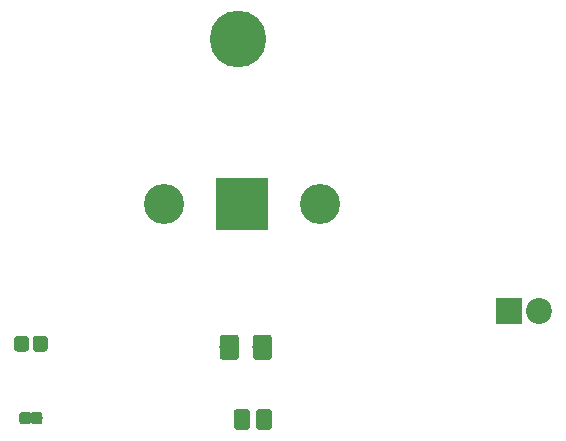
<source format=gbs>
G04 #@! TF.GenerationSoftware,KiCad,Pcbnew,5.1.2*
G04 #@! TF.CreationDate,2019-10-11T22:10:39-04:00*
G04 #@! TF.ProjectId,rochester_makerfaire,726f6368-6573-4746-9572-5f6d616b6572,rev?*
G04 #@! TF.SameCoordinates,Original*
G04 #@! TF.FileFunction,Soldermask,Bot*
G04 #@! TF.FilePolarity,Negative*
%FSLAX46Y46*%
G04 Gerber Fmt 4.6, Leading zero omitted, Abs format (unit mm)*
G04 Created by KiCad (PCBNEW 5.1.2) date 2019-10-11 22:10:39*
%MOMM*%
%LPD*%
G04 APERTURE LIST*
%ADD10C,4.800000*%
%ADD11C,2.200000*%
%ADD12R,2.200000X2.200000*%
%ADD13R,4.400000X4.400000*%
%ADD14C,3.400000*%
%ADD15C,0.100000*%
%ADD16C,1.650000*%
%ADD17C,1.375000*%
%ADD18C,1.275000*%
%ADD19C,0.990000*%
G04 APERTURE END LIST*
D10*
X82000000Y-58000000D03*
D11*
X107540000Y-81000000D03*
D12*
X105000000Y-81000000D03*
D13*
X82400000Y-72000000D03*
D14*
X75800000Y-72000000D03*
X89000000Y-72000000D03*
D15*
G36*
X81827346Y-83026589D02*
G01*
X81859380Y-83031341D01*
X81890794Y-83039210D01*
X81921286Y-83050120D01*
X81950561Y-83063966D01*
X81978338Y-83080615D01*
X82004350Y-83099907D01*
X82028345Y-83121655D01*
X82050093Y-83145650D01*
X82069385Y-83171662D01*
X82086034Y-83199439D01*
X82099880Y-83228714D01*
X82110790Y-83259206D01*
X82118659Y-83290620D01*
X82123411Y-83322654D01*
X82125000Y-83355000D01*
X82125000Y-84845000D01*
X82123411Y-84877346D01*
X82118659Y-84909380D01*
X82110790Y-84940794D01*
X82099880Y-84971286D01*
X82086034Y-85000561D01*
X82069385Y-85028338D01*
X82050093Y-85054350D01*
X82028345Y-85078345D01*
X82004350Y-85100093D01*
X81978338Y-85119385D01*
X81950561Y-85136034D01*
X81921286Y-85149880D01*
X81890794Y-85160790D01*
X81859380Y-85168659D01*
X81827346Y-85173411D01*
X81795000Y-85175000D01*
X80805000Y-85175000D01*
X80772654Y-85173411D01*
X80740620Y-85168659D01*
X80709206Y-85160790D01*
X80678714Y-85149880D01*
X80649439Y-85136034D01*
X80621662Y-85119385D01*
X80595650Y-85100093D01*
X80571655Y-85078345D01*
X80549907Y-85054350D01*
X80530615Y-85028338D01*
X80513966Y-85000561D01*
X80500120Y-84971286D01*
X80489210Y-84940794D01*
X80481341Y-84909380D01*
X80476589Y-84877346D01*
X80475000Y-84845000D01*
X80475000Y-83355000D01*
X80476589Y-83322654D01*
X80481341Y-83290620D01*
X80489210Y-83259206D01*
X80500120Y-83228714D01*
X80513966Y-83199439D01*
X80530615Y-83171662D01*
X80549907Y-83145650D01*
X80571655Y-83121655D01*
X80595650Y-83099907D01*
X80621662Y-83080615D01*
X80649439Y-83063966D01*
X80678714Y-83050120D01*
X80709206Y-83039210D01*
X80740620Y-83031341D01*
X80772654Y-83026589D01*
X80805000Y-83025000D01*
X81795000Y-83025000D01*
X81827346Y-83026589D01*
X81827346Y-83026589D01*
G37*
D16*
X81300000Y-84100000D03*
D15*
G36*
X84627346Y-83026589D02*
G01*
X84659380Y-83031341D01*
X84690794Y-83039210D01*
X84721286Y-83050120D01*
X84750561Y-83063966D01*
X84778338Y-83080615D01*
X84804350Y-83099907D01*
X84828345Y-83121655D01*
X84850093Y-83145650D01*
X84869385Y-83171662D01*
X84886034Y-83199439D01*
X84899880Y-83228714D01*
X84910790Y-83259206D01*
X84918659Y-83290620D01*
X84923411Y-83322654D01*
X84925000Y-83355000D01*
X84925000Y-84845000D01*
X84923411Y-84877346D01*
X84918659Y-84909380D01*
X84910790Y-84940794D01*
X84899880Y-84971286D01*
X84886034Y-85000561D01*
X84869385Y-85028338D01*
X84850093Y-85054350D01*
X84828345Y-85078345D01*
X84804350Y-85100093D01*
X84778338Y-85119385D01*
X84750561Y-85136034D01*
X84721286Y-85149880D01*
X84690794Y-85160790D01*
X84659380Y-85168659D01*
X84627346Y-85173411D01*
X84595000Y-85175000D01*
X83605000Y-85175000D01*
X83572654Y-85173411D01*
X83540620Y-85168659D01*
X83509206Y-85160790D01*
X83478714Y-85149880D01*
X83449439Y-85136034D01*
X83421662Y-85119385D01*
X83395650Y-85100093D01*
X83371655Y-85078345D01*
X83349907Y-85054350D01*
X83330615Y-85028338D01*
X83313966Y-85000561D01*
X83300120Y-84971286D01*
X83289210Y-84940794D01*
X83281341Y-84909380D01*
X83276589Y-84877346D01*
X83275000Y-84845000D01*
X83275000Y-83355000D01*
X83276589Y-83322654D01*
X83281341Y-83290620D01*
X83289210Y-83259206D01*
X83300120Y-83228714D01*
X83313966Y-83199439D01*
X83330615Y-83171662D01*
X83349907Y-83145650D01*
X83371655Y-83121655D01*
X83395650Y-83099907D01*
X83421662Y-83080615D01*
X83449439Y-83063966D01*
X83478714Y-83050120D01*
X83509206Y-83039210D01*
X83540620Y-83031341D01*
X83572654Y-83026589D01*
X83605000Y-83025000D01*
X84595000Y-83025000D01*
X84627346Y-83026589D01*
X84627346Y-83026589D01*
G37*
D16*
X84100000Y-84100000D03*
D15*
G36*
X82739943Y-89301655D02*
G01*
X82773312Y-89306605D01*
X82806035Y-89314802D01*
X82837797Y-89326166D01*
X82868293Y-89340590D01*
X82897227Y-89357932D01*
X82924323Y-89378028D01*
X82949318Y-89400682D01*
X82971972Y-89425677D01*
X82992068Y-89452773D01*
X83009410Y-89481707D01*
X83023834Y-89512203D01*
X83035198Y-89543965D01*
X83043395Y-89576688D01*
X83048345Y-89610057D01*
X83050000Y-89643750D01*
X83050000Y-90756250D01*
X83048345Y-90789943D01*
X83043395Y-90823312D01*
X83035198Y-90856035D01*
X83023834Y-90887797D01*
X83009410Y-90918293D01*
X82992068Y-90947227D01*
X82971972Y-90974323D01*
X82949318Y-90999318D01*
X82924323Y-91021972D01*
X82897227Y-91042068D01*
X82868293Y-91059410D01*
X82837797Y-91073834D01*
X82806035Y-91085198D01*
X82773312Y-91093395D01*
X82739943Y-91098345D01*
X82706250Y-91100000D01*
X82018750Y-91100000D01*
X81985057Y-91098345D01*
X81951688Y-91093395D01*
X81918965Y-91085198D01*
X81887203Y-91073834D01*
X81856707Y-91059410D01*
X81827773Y-91042068D01*
X81800677Y-91021972D01*
X81775682Y-90999318D01*
X81753028Y-90974323D01*
X81732932Y-90947227D01*
X81715590Y-90918293D01*
X81701166Y-90887797D01*
X81689802Y-90856035D01*
X81681605Y-90823312D01*
X81676655Y-90789943D01*
X81675000Y-90756250D01*
X81675000Y-89643750D01*
X81676655Y-89610057D01*
X81681605Y-89576688D01*
X81689802Y-89543965D01*
X81701166Y-89512203D01*
X81715590Y-89481707D01*
X81732932Y-89452773D01*
X81753028Y-89425677D01*
X81775682Y-89400682D01*
X81800677Y-89378028D01*
X81827773Y-89357932D01*
X81856707Y-89340590D01*
X81887203Y-89326166D01*
X81918965Y-89314802D01*
X81951688Y-89306605D01*
X81985057Y-89301655D01*
X82018750Y-89300000D01*
X82706250Y-89300000D01*
X82739943Y-89301655D01*
X82739943Y-89301655D01*
G37*
D17*
X82362500Y-90200000D03*
D15*
G36*
X84614943Y-89301655D02*
G01*
X84648312Y-89306605D01*
X84681035Y-89314802D01*
X84712797Y-89326166D01*
X84743293Y-89340590D01*
X84772227Y-89357932D01*
X84799323Y-89378028D01*
X84824318Y-89400682D01*
X84846972Y-89425677D01*
X84867068Y-89452773D01*
X84884410Y-89481707D01*
X84898834Y-89512203D01*
X84910198Y-89543965D01*
X84918395Y-89576688D01*
X84923345Y-89610057D01*
X84925000Y-89643750D01*
X84925000Y-90756250D01*
X84923345Y-90789943D01*
X84918395Y-90823312D01*
X84910198Y-90856035D01*
X84898834Y-90887797D01*
X84884410Y-90918293D01*
X84867068Y-90947227D01*
X84846972Y-90974323D01*
X84824318Y-90999318D01*
X84799323Y-91021972D01*
X84772227Y-91042068D01*
X84743293Y-91059410D01*
X84712797Y-91073834D01*
X84681035Y-91085198D01*
X84648312Y-91093395D01*
X84614943Y-91098345D01*
X84581250Y-91100000D01*
X83893750Y-91100000D01*
X83860057Y-91098345D01*
X83826688Y-91093395D01*
X83793965Y-91085198D01*
X83762203Y-91073834D01*
X83731707Y-91059410D01*
X83702773Y-91042068D01*
X83675677Y-91021972D01*
X83650682Y-90999318D01*
X83628028Y-90974323D01*
X83607932Y-90947227D01*
X83590590Y-90918293D01*
X83576166Y-90887797D01*
X83564802Y-90856035D01*
X83556605Y-90823312D01*
X83551655Y-90789943D01*
X83550000Y-90756250D01*
X83550000Y-89643750D01*
X83551655Y-89610057D01*
X83556605Y-89576688D01*
X83564802Y-89543965D01*
X83576166Y-89512203D01*
X83590590Y-89481707D01*
X83607932Y-89452773D01*
X83628028Y-89425677D01*
X83650682Y-89400682D01*
X83675677Y-89378028D01*
X83702773Y-89357932D01*
X83731707Y-89340590D01*
X83762203Y-89326166D01*
X83793965Y-89314802D01*
X83826688Y-89306605D01*
X83860057Y-89301655D01*
X83893750Y-89300000D01*
X84581250Y-89300000D01*
X84614943Y-89301655D01*
X84614943Y-89301655D01*
G37*
D17*
X84237500Y-90200000D03*
D15*
G36*
X64062493Y-83126535D02*
G01*
X64093435Y-83131125D01*
X64123778Y-83138725D01*
X64153230Y-83149263D01*
X64181508Y-83162638D01*
X64208338Y-83178719D01*
X64233463Y-83197353D01*
X64256640Y-83218360D01*
X64277647Y-83241537D01*
X64296281Y-83266662D01*
X64312362Y-83293492D01*
X64325737Y-83321770D01*
X64336275Y-83351222D01*
X64343875Y-83381565D01*
X64348465Y-83412507D01*
X64350000Y-83443750D01*
X64350000Y-84156250D01*
X64348465Y-84187493D01*
X64343875Y-84218435D01*
X64336275Y-84248778D01*
X64325737Y-84278230D01*
X64312362Y-84306508D01*
X64296281Y-84333338D01*
X64277647Y-84358463D01*
X64256640Y-84381640D01*
X64233463Y-84402647D01*
X64208338Y-84421281D01*
X64181508Y-84437362D01*
X64153230Y-84450737D01*
X64123778Y-84461275D01*
X64093435Y-84468875D01*
X64062493Y-84473465D01*
X64031250Y-84475000D01*
X63393750Y-84475000D01*
X63362507Y-84473465D01*
X63331565Y-84468875D01*
X63301222Y-84461275D01*
X63271770Y-84450737D01*
X63243492Y-84437362D01*
X63216662Y-84421281D01*
X63191537Y-84402647D01*
X63168360Y-84381640D01*
X63147353Y-84358463D01*
X63128719Y-84333338D01*
X63112638Y-84306508D01*
X63099263Y-84278230D01*
X63088725Y-84248778D01*
X63081125Y-84218435D01*
X63076535Y-84187493D01*
X63075000Y-84156250D01*
X63075000Y-83443750D01*
X63076535Y-83412507D01*
X63081125Y-83381565D01*
X63088725Y-83351222D01*
X63099263Y-83321770D01*
X63112638Y-83293492D01*
X63128719Y-83266662D01*
X63147353Y-83241537D01*
X63168360Y-83218360D01*
X63191537Y-83197353D01*
X63216662Y-83178719D01*
X63243492Y-83162638D01*
X63271770Y-83149263D01*
X63301222Y-83138725D01*
X63331565Y-83131125D01*
X63362507Y-83126535D01*
X63393750Y-83125000D01*
X64031250Y-83125000D01*
X64062493Y-83126535D01*
X64062493Y-83126535D01*
G37*
D18*
X63712500Y-83800000D03*
D15*
G36*
X65637493Y-83126535D02*
G01*
X65668435Y-83131125D01*
X65698778Y-83138725D01*
X65728230Y-83149263D01*
X65756508Y-83162638D01*
X65783338Y-83178719D01*
X65808463Y-83197353D01*
X65831640Y-83218360D01*
X65852647Y-83241537D01*
X65871281Y-83266662D01*
X65887362Y-83293492D01*
X65900737Y-83321770D01*
X65911275Y-83351222D01*
X65918875Y-83381565D01*
X65923465Y-83412507D01*
X65925000Y-83443750D01*
X65925000Y-84156250D01*
X65923465Y-84187493D01*
X65918875Y-84218435D01*
X65911275Y-84248778D01*
X65900737Y-84278230D01*
X65887362Y-84306508D01*
X65871281Y-84333338D01*
X65852647Y-84358463D01*
X65831640Y-84381640D01*
X65808463Y-84402647D01*
X65783338Y-84421281D01*
X65756508Y-84437362D01*
X65728230Y-84450737D01*
X65698778Y-84461275D01*
X65668435Y-84468875D01*
X65637493Y-84473465D01*
X65606250Y-84475000D01*
X64968750Y-84475000D01*
X64937507Y-84473465D01*
X64906565Y-84468875D01*
X64876222Y-84461275D01*
X64846770Y-84450737D01*
X64818492Y-84437362D01*
X64791662Y-84421281D01*
X64766537Y-84402647D01*
X64743360Y-84381640D01*
X64722353Y-84358463D01*
X64703719Y-84333338D01*
X64687638Y-84306508D01*
X64674263Y-84278230D01*
X64663725Y-84248778D01*
X64656125Y-84218435D01*
X64651535Y-84187493D01*
X64650000Y-84156250D01*
X64650000Y-83443750D01*
X64651535Y-83412507D01*
X64656125Y-83381565D01*
X64663725Y-83351222D01*
X64674263Y-83321770D01*
X64687638Y-83293492D01*
X64703719Y-83266662D01*
X64722353Y-83241537D01*
X64743360Y-83218360D01*
X64766537Y-83197353D01*
X64791662Y-83178719D01*
X64818492Y-83162638D01*
X64846770Y-83149263D01*
X64876222Y-83138725D01*
X64906565Y-83131125D01*
X64937507Y-83126535D01*
X64968750Y-83125000D01*
X65606250Y-83125000D01*
X65637493Y-83126535D01*
X65637493Y-83126535D01*
G37*
D18*
X65287500Y-83800000D03*
D15*
G36*
X64286759Y-89581192D02*
G01*
X64310785Y-89584756D01*
X64334345Y-89590657D01*
X64357214Y-89598840D01*
X64379171Y-89609224D01*
X64400004Y-89621711D01*
X64419512Y-89636180D01*
X64437509Y-89652491D01*
X64453820Y-89670488D01*
X64468289Y-89689996D01*
X64480776Y-89710829D01*
X64491160Y-89732786D01*
X64499343Y-89755655D01*
X64505244Y-89779215D01*
X64508808Y-89803241D01*
X64510000Y-89827500D01*
X64510000Y-90372500D01*
X64508808Y-90396759D01*
X64505244Y-90420785D01*
X64499343Y-90444345D01*
X64491160Y-90467214D01*
X64480776Y-90489171D01*
X64468289Y-90510004D01*
X64453820Y-90529512D01*
X64437509Y-90547509D01*
X64419512Y-90563820D01*
X64400004Y-90578289D01*
X64379171Y-90590776D01*
X64357214Y-90601160D01*
X64334345Y-90609343D01*
X64310785Y-90615244D01*
X64286759Y-90618808D01*
X64262500Y-90620000D01*
X63767500Y-90620000D01*
X63743241Y-90618808D01*
X63719215Y-90615244D01*
X63695655Y-90609343D01*
X63672786Y-90601160D01*
X63650829Y-90590776D01*
X63629996Y-90578289D01*
X63610488Y-90563820D01*
X63592491Y-90547509D01*
X63576180Y-90529512D01*
X63561711Y-90510004D01*
X63549224Y-90489171D01*
X63538840Y-90467214D01*
X63530657Y-90444345D01*
X63524756Y-90420785D01*
X63521192Y-90396759D01*
X63520000Y-90372500D01*
X63520000Y-89827500D01*
X63521192Y-89803241D01*
X63524756Y-89779215D01*
X63530657Y-89755655D01*
X63538840Y-89732786D01*
X63549224Y-89710829D01*
X63561711Y-89689996D01*
X63576180Y-89670488D01*
X63592491Y-89652491D01*
X63610488Y-89636180D01*
X63629996Y-89621711D01*
X63650829Y-89609224D01*
X63672786Y-89598840D01*
X63695655Y-89590657D01*
X63719215Y-89584756D01*
X63743241Y-89581192D01*
X63767500Y-89580000D01*
X64262500Y-89580000D01*
X64286759Y-89581192D01*
X64286759Y-89581192D01*
G37*
D19*
X64015000Y-90100000D03*
D15*
G36*
X65256759Y-89581192D02*
G01*
X65280785Y-89584756D01*
X65304345Y-89590657D01*
X65327214Y-89598840D01*
X65349171Y-89609224D01*
X65370004Y-89621711D01*
X65389512Y-89636180D01*
X65407509Y-89652491D01*
X65423820Y-89670488D01*
X65438289Y-89689996D01*
X65450776Y-89710829D01*
X65461160Y-89732786D01*
X65469343Y-89755655D01*
X65475244Y-89779215D01*
X65478808Y-89803241D01*
X65480000Y-89827500D01*
X65480000Y-90372500D01*
X65478808Y-90396759D01*
X65475244Y-90420785D01*
X65469343Y-90444345D01*
X65461160Y-90467214D01*
X65450776Y-90489171D01*
X65438289Y-90510004D01*
X65423820Y-90529512D01*
X65407509Y-90547509D01*
X65389512Y-90563820D01*
X65370004Y-90578289D01*
X65349171Y-90590776D01*
X65327214Y-90601160D01*
X65304345Y-90609343D01*
X65280785Y-90615244D01*
X65256759Y-90618808D01*
X65232500Y-90620000D01*
X64737500Y-90620000D01*
X64713241Y-90618808D01*
X64689215Y-90615244D01*
X64665655Y-90609343D01*
X64642786Y-90601160D01*
X64620829Y-90590776D01*
X64599996Y-90578289D01*
X64580488Y-90563820D01*
X64562491Y-90547509D01*
X64546180Y-90529512D01*
X64531711Y-90510004D01*
X64519224Y-90489171D01*
X64508840Y-90467214D01*
X64500657Y-90444345D01*
X64494756Y-90420785D01*
X64491192Y-90396759D01*
X64490000Y-90372500D01*
X64490000Y-89827500D01*
X64491192Y-89803241D01*
X64494756Y-89779215D01*
X64500657Y-89755655D01*
X64508840Y-89732786D01*
X64519224Y-89710829D01*
X64531711Y-89689996D01*
X64546180Y-89670488D01*
X64562491Y-89652491D01*
X64580488Y-89636180D01*
X64599996Y-89621711D01*
X64620829Y-89609224D01*
X64642786Y-89598840D01*
X64665655Y-89590657D01*
X64689215Y-89584756D01*
X64713241Y-89581192D01*
X64737500Y-89580000D01*
X65232500Y-89580000D01*
X65256759Y-89581192D01*
X65256759Y-89581192D01*
G37*
D19*
X64985000Y-90100000D03*
M02*

</source>
